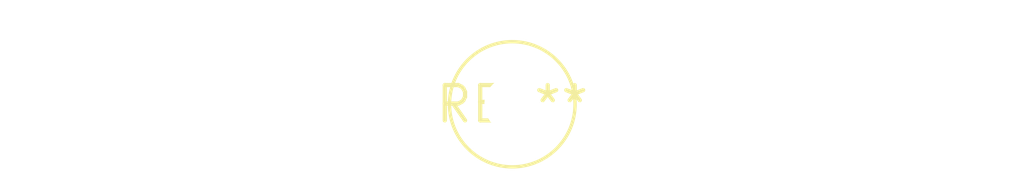
<source format=kicad_pcb>
(kicad_pcb (version 20240108) (generator pcbnew)
  (layers (0 "F.Cu" signal) (31 "B.Cu" signal) (34 "B.Paste" user) (35 "F.Paste" user) (36 "B.SilkS" user "B.Silkscreen") (37 "F.SilkS" user "F.Silkscreen") (38 "B.Mask" user) (39 "F.Mask" user) (44 "Edge.Cuts" user))
  (net 0 "")
  (footprint "TestPoint_THTPad_D4.0mm_Drill2.0mm" (layer "F.Cu") (at 0 0)
    (property "Reference" "REF**")
    (property "Value" "TestPoint_THTPad_D4.0mm_Drill2.0mm")
    (fp_circle (center 0 0) (end 0 2.25) (layer "F.SilkS") (stroke (width 0.12)) (fill none))
    (pad "1" thru_hole circle (at 0 0) (size 4 4) (drill 2) (layers *.Cu *.Mask) (remove_unused_layers))
  )
)
</source>
